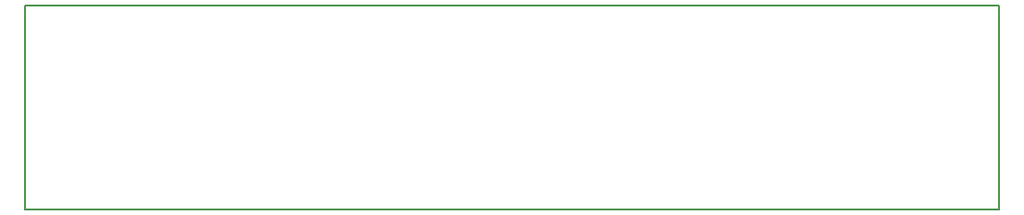
<source format=gko>
%FSTAX23Y23*%
%MOIN*%
%SFA1B1*%

%IPPOS*%
%ADD20C,0.005905*%
%LN1-1*%
%LPD*%
G54D20*
X02575Y01955D02*
Y0269D01*
Y01955D02*
X0608D01*
Y0269*
X02575D02*
X0608D01*
M02*
</source>
